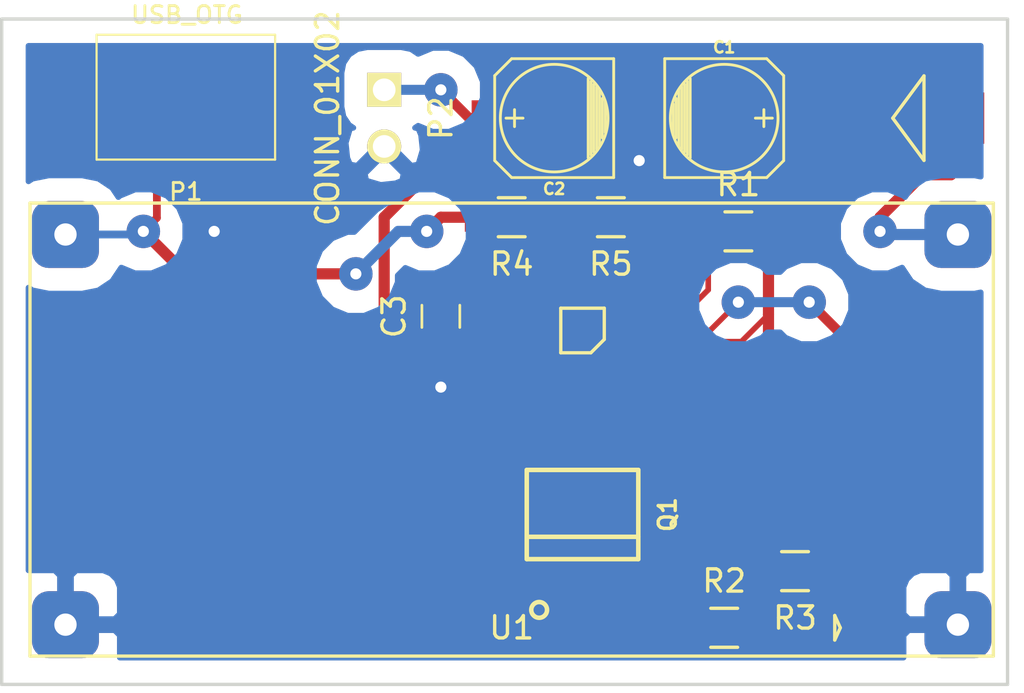
<source format=kicad_pcb>
(kicad_pcb (version 20160815) (host pcbnew "(2016-12-18 revision 3ffa37c)-master")

  (general
    (links 33)
    (no_connects 0)
    (area 135.814999 50.46961 181.9725 81.9325)
    (thickness 1.6)
    (drawings 4)
    (tracks 99)
    (zones 0)
    (modules 15)
    (nets 17)
  )

  (page USLetter)
  (layers
    (0 F.Cu signal)
    (31 B.Cu signal)
    (32 B.Adhes user)
    (33 F.Adhes user)
    (34 B.Paste user)
    (35 F.Paste user)
    (36 B.SilkS user)
    (37 F.SilkS user)
    (38 B.Mask user)
    (39 F.Mask user)
    (40 Dwgs.User user)
    (41 Cmts.User user)
    (42 Eco1.User user)
    (43 Eco2.User user)
    (44 Edge.Cuts user)
    (45 Margin user)
    (46 B.CrtYd user)
    (47 F.CrtYd user)
    (48 B.Fab user)
    (49 F.Fab user)
  )

  (setup
    (last_trace_width 0.45)
    (user_trace_width 0.25)
    (user_trace_width 0.35)
    (trace_clearance 0.2)
    (zone_clearance 1)
    (zone_45_only yes)
    (trace_min 0.2)
    (segment_width 0.2)
    (edge_width 0.15)
    (via_size 1.5)
    (via_drill 0.5)
    (via_min_size 0.4)
    (via_min_drill 0.3)
    (uvia_size 0.3)
    (uvia_drill 0.1)
    (uvias_allowed no)
    (uvia_min_size 0.2)
    (uvia_min_drill 0.1)
    (pcb_text_width 0.3)
    (pcb_text_size 1.5 1.5)
    (mod_edge_width 0.15)
    (mod_text_size 1 1)
    (mod_text_width 0.15)
    (pad_size 1.524 1.524)
    (pad_drill 0.762)
    (pad_to_mask_clearance 0.2)
    (aux_axis_origin 135.255 81.915)
    (visible_elements FFFFFF7F)
    (pcbplotparams
      (layerselection 0x000c0_ffffffff)
      (usegerberextensions false)
      (usegerberattributes true)
      (usegerberadvancedattributes true)
      (excludeedgelayer true)
      (linewidth 0.100000)
      (plotframeref false)
      (viasonmask true)
      (mode 1)
      (useauxorigin true)
      (hpglpennumber 1)
      (hpglpenspeed 20)
      (hpglpendiameter 15)
      (psnegative false)
      (psa4output false)
      (plotreference true)
      (plotvalue true)
      (plotinvisibletext false)
      (padsonsilk false)
      (subtractmaskfromsilk false)
      (outputformat 1)
      (mirror false)
      (drillshape 0)
      (scaleselection 1)
      (outputdirectory ""))
  )

  (net 0 "")
  (net 1 "Net-(C1-Pad1)")
  (net 2 GND)
  (net 3 +BATT)
  (net 4 "Net-(Q1-Pad1)")
  (net 5 "Net-(Q1-Pad3)")
  (net 6 "Net-(U2-Pad5)")
  (net 7 "Net-(R1-Pad1)")
  (net 8 "Net-(D2-Pad1)")
  (net 9 +5V)
  (net 10 "Net-(P1-Pad2)")
  (net 11 "Net-(P1-Pad3)")
  (net 12 "Net-(P1-Pad4)")
  (net 13 VCC)
  (net 14 "Net-(D2-Pad2)")
  (net 15 "Net-(C3-Pad2)")
  (net 16 "Net-(R4-Pad1)")

  (net_class Default "This is the default net class."
    (clearance 0.2)
    (trace_width 0.45)
    (via_dia 1.5)
    (via_drill 0.5)
    (uvia_dia 0.3)
    (uvia_drill 0.1)
    (diff_pair_gap 0.25)
    (diff_pair_width 0.2)
    (add_net +5V)
    (add_net +BATT)
    (add_net GND)
    (add_net "Net-(C1-Pad1)")
    (add_net "Net-(C3-Pad2)")
    (add_net "Net-(D2-Pad1)")
    (add_net "Net-(D2-Pad2)")
    (add_net "Net-(P1-Pad2)")
    (add_net "Net-(P1-Pad3)")
    (add_net "Net-(P1-Pad4)")
    (add_net "Net-(Q1-Pad1)")
    (add_net "Net-(Q1-Pad3)")
    (add_net "Net-(R1-Pad1)")
    (add_net "Net-(R4-Pad1)")
    (add_net "Net-(U2-Pad5)")
    (add_net VCC)
  )

  (module KiCad/Capacitors_SMD.pretty:C_0805_HandSoldering (layer F.Cu) (tedit 541A9B8D) (tstamp 59AFA937)
    (at 155.575 64.77 90)
    (descr "Capacitor SMD 0805, hand soldering")
    (tags "capacitor 0805")
    (path /59AFAA35)
    (attr smd)
    (fp_text reference C3 (at 0 -2.1 90) (layer F.SilkS)
      (effects (font (size 1 1) (thickness 0.15)))
    )
    (fp_text value 0.1u (at 0 2.1 90) (layer F.Fab)
      (effects (font (size 1 1) (thickness 0.15)))
    )
    (fp_line (start -1 0.625) (end -1 -0.625) (layer F.Fab) (width 0.1))
    (fp_line (start 1 0.625) (end -1 0.625) (layer F.Fab) (width 0.1))
    (fp_line (start 1 -0.625) (end 1 0.625) (layer F.Fab) (width 0.1))
    (fp_line (start -1 -0.625) (end 1 -0.625) (layer F.Fab) (width 0.1))
    (fp_line (start -2.3 -1) (end 2.3 -1) (layer F.CrtYd) (width 0.05))
    (fp_line (start -2.3 1) (end 2.3 1) (layer F.CrtYd) (width 0.05))
    (fp_line (start -2.3 -1) (end -2.3 1) (layer F.CrtYd) (width 0.05))
    (fp_line (start 2.3 -1) (end 2.3 1) (layer F.CrtYd) (width 0.05))
    (fp_line (start 0.5 -0.85) (end -0.5 -0.85) (layer F.SilkS) (width 0.12))
    (fp_line (start -0.5 0.85) (end 0.5 0.85) (layer F.SilkS) (width 0.12))
    (pad 1 smd rect (at -1.25 0 90) (size 1.5 1.25) (layers F.Cu F.Paste F.Mask)
      (net 2 GND))
    (pad 2 smd rect (at 1.25 0 90) (size 1.5 1.25) (layers F.Cu F.Paste F.Mask)
      (net 15 "Net-(C3-Pad2)"))
    (model Capacitors_SMD.3dshapes/C_0805_HandSoldering.wrl
      (at (xyz 0 0 0))
      (scale (xyz 1 1 1))
      (rotate (xyz 0 0 0))
    )
  )

  (module apexelectrix/apex-smd-resistors.pretty:R_0805_HandSoldering (layer F.Cu) (tedit 54189DEE) (tstamp 59AF9C81)
    (at 168.91 60.96)
    (descr "Resistor SMD 0805, hand soldering")
    (tags "resistor 0805")
    (path /59AF6B9E)
    (attr smd)
    (fp_text reference R1 (at 0 -2.1) (layer F.SilkS)
      (effects (font (size 1 1) (thickness 0.15)))
    )
    (fp_text value 100k (at 0 2.1) (layer F.Fab)
      (effects (font (size 1 1) (thickness 0.15)))
    )
    (fp_line (start -2.4 -1) (end 2.4 -1) (layer F.CrtYd) (width 0.05))
    (fp_line (start -2.4 1) (end 2.4 1) (layer F.CrtYd) (width 0.05))
    (fp_line (start -2.4 -1) (end -2.4 1) (layer F.CrtYd) (width 0.05))
    (fp_line (start 2.4 -1) (end 2.4 1) (layer F.CrtYd) (width 0.05))
    (fp_line (start 0.6 0.875) (end -0.6 0.875) (layer F.SilkS) (width 0.15))
    (fp_line (start -0.6 -0.875) (end 0.6 -0.875) (layer F.SilkS) (width 0.15))
    (pad 1 smd rect (at -1.35 0) (size 1.5 1.3) (layers F.Cu F.Paste F.Mask)
      (net 7 "Net-(R1-Pad1)"))
    (pad 2 smd rect (at 1.35 0) (size 1.5 1.3) (layers F.Cu F.Paste F.Mask)
      (net 1 "Net-(C1-Pad1)"))
    (model Resistors_SMD.3dshapes/R_0805_HandSoldering.wrl
      (at (xyz 0 0 0))
      (scale (xyz 1 1 1))
      (rotate (xyz 0 0 0))
    )
  )

  (module apexelectrix/apex-smd-resistors.pretty:R_0805_HandSoldering (layer F.Cu) (tedit 54189DEE) (tstamp 59AF9C91)
    (at 168.275 78.74)
    (descr "Resistor SMD 0805, hand soldering")
    (tags "resistor 0805")
    (path /59AF69FF)
    (attr smd)
    (fp_text reference R2 (at 0 -2.1) (layer F.SilkS)
      (effects (font (size 1 1) (thickness 0.15)))
    )
    (fp_text value 100m (at 0 2.1) (layer F.Fab)
      (effects (font (size 1 1) (thickness 0.15)))
    )
    (fp_line (start -0.6 -0.875) (end 0.6 -0.875) (layer F.SilkS) (width 0.15))
    (fp_line (start 0.6 0.875) (end -0.6 0.875) (layer F.SilkS) (width 0.15))
    (fp_line (start 2.4 -1) (end 2.4 1) (layer F.CrtYd) (width 0.05))
    (fp_line (start -2.4 -1) (end -2.4 1) (layer F.CrtYd) (width 0.05))
    (fp_line (start -2.4 1) (end 2.4 1) (layer F.CrtYd) (width 0.05))
    (fp_line (start -2.4 -1) (end 2.4 -1) (layer F.CrtYd) (width 0.05))
    (pad 2 smd rect (at 1.35 0) (size 1.5 1.3) (layers F.Cu F.Paste F.Mask)
      (net 1 "Net-(C1-Pad1)"))
    (pad 1 smd rect (at -1.35 0) (size 1.5 1.3) (layers F.Cu F.Paste F.Mask)
      (net 5 "Net-(Q1-Pad3)"))
    (model Resistors_SMD.3dshapes/R_0805_HandSoldering.wrl
      (at (xyz 0 0 0))
      (scale (xyz 1 1 1))
      (rotate (xyz 0 0 0))
    )
  )

  (module apexelectrix/apex-smd-resistors.pretty:R_0805_HandSoldering (layer F.Cu) (tedit 54189DEE) (tstamp 59AFA3F3)
    (at 171.45 76.2 180)
    (descr "Resistor SMD 0805, hand soldering")
    (tags "resistor 0805")
    (path /59AFA07E)
    (attr smd)
    (fp_text reference R3 (at 0 -2.1 180) (layer F.SilkS)
      (effects (font (size 1 1) (thickness 0.15)))
    )
    (fp_text value 10k (at 0 2.1 180) (layer F.Fab)
      (effects (font (size 1 1) (thickness 0.15)))
    )
    (fp_line (start -2.4 -1) (end 2.4 -1) (layer F.CrtYd) (width 0.05))
    (fp_line (start -2.4 1) (end 2.4 1) (layer F.CrtYd) (width 0.05))
    (fp_line (start -2.4 -1) (end -2.4 1) (layer F.CrtYd) (width 0.05))
    (fp_line (start 2.4 -1) (end 2.4 1) (layer F.CrtYd) (width 0.05))
    (fp_line (start 0.6 0.875) (end -0.6 0.875) (layer F.SilkS) (width 0.15))
    (fp_line (start -0.6 -0.875) (end 0.6 -0.875) (layer F.SilkS) (width 0.15))
    (pad 1 smd rect (at -1.35 0 180) (size 1.5 1.3) (layers F.Cu F.Paste F.Mask)
      (net 14 "Net-(D2-Pad2)"))
    (pad 2 smd rect (at 1.35 0 180) (size 1.5 1.3) (layers F.Cu F.Paste F.Mask)
      (net 1 "Net-(C1-Pad1)"))
    (model Resistors_SMD.3dshapes/R_0805_HandSoldering.wrl
      (at (xyz 0 0 0))
      (scale (xyz 1 1 1))
      (rotate (xyz 0 0 0))
    )
  )

  (module apexelectrix/apex-smd-resistors.pretty:R_0805_HandSoldering (layer F.Cu) (tedit 54189DEE) (tstamp 59AFA903)
    (at 158.75 60.325 180)
    (descr "Resistor SMD 0805, hand soldering")
    (tags "resistor 0805")
    (path /59AFAD5C)
    (attr smd)
    (fp_text reference R4 (at 0 -2.1 180) (layer F.SilkS)
      (effects (font (size 1 1) (thickness 0.15)))
    )
    (fp_text value 1k (at 0 2.1 180) (layer F.Fab)
      (effects (font (size 1 1) (thickness 0.15)))
    )
    (fp_line (start -2.4 -1) (end 2.4 -1) (layer F.CrtYd) (width 0.05))
    (fp_line (start -2.4 1) (end 2.4 1) (layer F.CrtYd) (width 0.05))
    (fp_line (start -2.4 -1) (end -2.4 1) (layer F.CrtYd) (width 0.05))
    (fp_line (start 2.4 -1) (end 2.4 1) (layer F.CrtYd) (width 0.05))
    (fp_line (start 0.6 0.875) (end -0.6 0.875) (layer F.SilkS) (width 0.15))
    (fp_line (start -0.6 -0.875) (end 0.6 -0.875) (layer F.SilkS) (width 0.15))
    (pad 1 smd rect (at -1.35 0 180) (size 1.5 1.3) (layers F.Cu F.Paste F.Mask)
      (net 16 "Net-(R4-Pad1)"))
    (pad 2 smd rect (at 1.35 0 180) (size 1.5 1.3) (layers F.Cu F.Paste F.Mask)
      (net 9 +5V))
    (model Resistors_SMD.3dshapes/R_0805_HandSoldering.wrl
      (at (xyz 0 0 0))
      (scale (xyz 1 1 1))
      (rotate (xyz 0 0 0))
    )
  )

  (module apexelectrix/apex-smd-resistors.pretty:R_0805_HandSoldering (layer F.Cu) (tedit 54189DEE) (tstamp 59AFA913)
    (at 163.195 60.325 180)
    (descr "Resistor SMD 0805, hand soldering")
    (tags "resistor 0805")
    (path /59AFADA7)
    (attr smd)
    (fp_text reference R5 (at 0 -2.1 180) (layer F.SilkS)
      (effects (font (size 1 1) (thickness 0.15)))
    )
    (fp_text value 200 (at 0 2.1 180) (layer F.Fab)
      (effects (font (size 1 1) (thickness 0.15)))
    )
    (fp_line (start -0.6 -0.875) (end 0.6 -0.875) (layer F.SilkS) (width 0.15))
    (fp_line (start 0.6 0.875) (end -0.6 0.875) (layer F.SilkS) (width 0.15))
    (fp_line (start 2.4 -1) (end 2.4 1) (layer F.CrtYd) (width 0.05))
    (fp_line (start -2.4 -1) (end -2.4 1) (layer F.CrtYd) (width 0.05))
    (fp_line (start -2.4 1) (end 2.4 1) (layer F.CrtYd) (width 0.05))
    (fp_line (start -2.4 -1) (end 2.4 -1) (layer F.CrtYd) (width 0.05))
    (pad 2 smd rect (at 1.35 0 180) (size 1.5 1.3) (layers F.Cu F.Paste F.Mask)
      (net 16 "Net-(R4-Pad1)"))
    (pad 1 smd rect (at -1.35 0 180) (size 1.5 1.3) (layers F.Cu F.Paste F.Mask)
      (net 2 GND))
    (model Resistors_SMD.3dshapes/R_0805_HandSoldering.wrl
      (at (xyz 0 0 0))
      (scale (xyz 1 1 1))
      (rotate (xyz 0 0 0))
    )
  )

  (module coddingtonbear/coddingtonbear.pretty:BOOST_REGULATOR (layer F.Cu) (tedit 59B5011A) (tstamp 59AF9E33)
    (at 158.75 69.85)
    (path /59AF6228)
    (fp_text reference U1 (at 0 8.89) (layer F.SilkS)
      (effects (font (size 1 1) (thickness 0.15)))
    )
    (fp_text value BOOST_REGULATOR (at 0 -8.89) (layer F.Fab)
      (effects (font (size 1 1) (thickness 0.15)))
    )
    (fp_line (start -21.59 -10.16) (end 21.59 -10.16) (layer F.SilkS) (width 0.15))
    (fp_line (start 21.59 -10.16) (end 21.59 10.16) (layer F.SilkS) (width 0.15))
    (fp_line (start 21.59 10.16) (end -21.59 10.16) (layer F.SilkS) (width 0.15))
    (fp_line (start -21.59 10.16) (end -21.59 -10.16) (layer F.SilkS) (width 0.15))
    (pad 4 thru_hole roundrect (at 20 8.75) (size 3 3) (drill 1) (layers *.Cu *.Mask)(roundrect_rratio 0.25)
      (net 2 GND))
    (pad 3 thru_hole roundrect (at 20 -8.75) (size 3 3) (drill 1) (layers *.Cu *.Mask)(roundrect_rratio 0.25)
      (net 13 VCC))
    (pad 2 thru_hole roundrect (at -20 8.75) (size 3 3) (drill 1) (layers *.Cu *.Mask)(roundrect_rratio 0.25)
      (net 2 GND))
    (pad 1 thru_hole roundrect (at -20 -8.75) (size 3 3) (drill 1) (layers *.Cu *.Mask)(roundrect_rratio 0.25)
      (net 9 +5V))
  )

  (module adamgreig/agg-kicad/agg.pretty:MSOP-10 (layer F.Cu) (tedit 584A2F3D) (tstamp 59AFAABC)
    (at 161.925 65.405 180)
    (path /59AF5FE9)
    (fp_text reference U2 (at 0 -2.45 180) (layer F.Fab)
      (effects (font (size 1 1) (thickness 0.15)))
    )
    (fp_text value MCP73842-840I/UN (at 0 2.45 180) (layer F.Fab)
      (effects (font (size 1 1) (thickness 0.15)))
    )
    (fp_line (start -1.5 -1.5) (end 1.5 -1.5) (layer F.Fab) (width 0.01))
    (fp_line (start 1.5 -1.5) (end 1.5 1.5) (layer F.Fab) (width 0.01))
    (fp_line (start 1.5 1.5) (end -1.5 1.5) (layer F.Fab) (width 0.01))
    (fp_line (start -1.5 1.5) (end -1.5 -1.5) (layer F.Fab) (width 0.01))
    (fp_circle (center -0.7 -0.7) (end -0.7 -0.3) (layer F.Fab) (width 0.01))
    (fp_line (start -2.45 -1.125) (end -1.5 -1.125) (layer F.Fab) (width 0.01))
    (fp_line (start -1.5 -0.875) (end -2.45 -0.875) (layer F.Fab) (width 0.01))
    (fp_line (start -2.45 -0.875) (end -2.45 -1.125) (layer F.Fab) (width 0.01))
    (fp_line (start -2.45 -0.625) (end -1.5 -0.625) (layer F.Fab) (width 0.01))
    (fp_line (start -1.5 -0.375) (end -2.45 -0.375) (layer F.Fab) (width 0.01))
    (fp_line (start -2.45 -0.375) (end -2.45 -0.625) (layer F.Fab) (width 0.01))
    (fp_line (start -2.45 -0.125) (end -1.5 -0.125) (layer F.Fab) (width 0.01))
    (fp_line (start -1.5 0.125) (end -2.45 0.125) (layer F.Fab) (width 0.01))
    (fp_line (start -2.45 0.125) (end -2.45 -0.125) (layer F.Fab) (width 0.01))
    (fp_line (start -2.45 0.375) (end -1.5 0.375) (layer F.Fab) (width 0.01))
    (fp_line (start -1.5 0.625) (end -2.45 0.625) (layer F.Fab) (width 0.01))
    (fp_line (start -2.45 0.625) (end -2.45 0.375) (layer F.Fab) (width 0.01))
    (fp_line (start -2.45 0.875) (end -1.5 0.875) (layer F.Fab) (width 0.01))
    (fp_line (start -1.5 1.125) (end -2.45 1.125) (layer F.Fab) (width 0.01))
    (fp_line (start -2.45 1.125) (end -2.45 0.875) (layer F.Fab) (width 0.01))
    (fp_line (start 1.5 0.875) (end 2.45 0.875) (layer F.Fab) (width 0.01))
    (fp_line (start 2.45 0.875) (end 2.45 1.125) (layer F.Fab) (width 0.01))
    (fp_line (start 2.45 1.125) (end 1.5 1.125) (layer F.Fab) (width 0.01))
    (fp_line (start 1.5 0.375) (end 2.45 0.375) (layer F.Fab) (width 0.01))
    (fp_line (start 2.45 0.375) (end 2.45 0.625) (layer F.Fab) (width 0.01))
    (fp_line (start 2.45 0.625) (end 1.5 0.625) (layer F.Fab) (width 0.01))
    (fp_line (start 1.5 -0.125) (end 2.45 -0.125) (layer F.Fab) (width 0.01))
    (fp_line (start 2.45 -0.125) (end 2.45 0.125) (layer F.Fab) (width 0.01))
    (fp_line (start 2.45 0.125) (end 1.5 0.125) (layer F.Fab) (width 0.01))
    (fp_line (start 1.5 -0.625) (end 2.45 -0.625) (layer F.Fab) (width 0.01))
    (fp_line (start 2.45 -0.625) (end 2.45 -0.375) (layer F.Fab) (width 0.01))
    (fp_line (start 2.45 -0.375) (end 1.5 -0.375) (layer F.Fab) (width 0.01))
    (fp_line (start 1.5 -1.125) (end 2.45 -1.125) (layer F.Fab) (width 0.01))
    (fp_line (start 2.45 -1.125) (end 2.45 -0.875) (layer F.Fab) (width 0.01))
    (fp_line (start 2.45 -0.875) (end 1.5 -0.875) (layer F.Fab) (width 0.01))
    (fp_line (start -0.375 -1) (end 0.975 -1) (layer F.SilkS) (width 0.15))
    (fp_line (start 0.975 -1) (end 0.975 1) (layer F.SilkS) (width 0.15))
    (fp_line (start 0.975 1) (end -0.975 1) (layer F.SilkS) (width 0.15))
    (fp_line (start -0.975 1) (end -0.975 -0.4) (layer F.SilkS) (width 0.15))
    (fp_line (start -0.975 -0.4) (end -0.375 -1) (layer F.SilkS) (width 0.15))
    (fp_line (start -3.2 -1.75) (end 3.2 -1.75) (layer F.CrtYd) (width 0.01))
    (fp_line (start 3.2 -1.75) (end 3.2 1.75) (layer F.CrtYd) (width 0.01))
    (fp_line (start 3.2 1.75) (end -3.2 1.75) (layer F.CrtYd) (width 0.01))
    (fp_line (start -3.2 1.75) (end -3.2 -1.75) (layer F.CrtYd) (width 0.01))
    (pad 1 smd rect (at -2.2 -1 180) (size 1.45 0.3) (layers F.Cu F.Paste F.Mask)
      (net 5 "Net-(Q1-Pad3)"))
    (pad 2 smd rect (at -2.2 -0.5 180) (size 1.45 0.3) (layers F.Cu F.Paste F.Mask)
      (net 1 "Net-(C1-Pad1)"))
    (pad 3 smd rect (at -2.2 0 180) (size 1.45 0.3) (layers F.Cu F.Paste F.Mask)
      (net 8 "Net-(D2-Pad1)"))
    (pad 4 smd rect (at -2.2 0.5 180) (size 1.45 0.3) (layers F.Cu F.Paste F.Mask)
      (net 7 "Net-(R1-Pad1)"))
    (pad 5 smd rect (at -2.2 1 180) (size 1.45 0.3) (layers F.Cu F.Paste F.Mask)
      (net 6 "Net-(U2-Pad5)"))
    (pad 6 smd rect (at 2.2 1 180) (size 1.45 0.3) (layers F.Cu F.Paste F.Mask)
      (net 16 "Net-(R4-Pad1)"))
    (pad 7 smd rect (at 2.2 0.5 180) (size 1.45 0.3) (layers F.Cu F.Paste F.Mask)
      (net 15 "Net-(C3-Pad2)"))
    (pad 8 smd rect (at 2.2 0 180) (size 1.45 0.3) (layers F.Cu F.Paste F.Mask)
      (net 2 GND))
    (pad 9 smd rect (at 2.2 -0.5 180) (size 1.45 0.3) (layers F.Cu F.Paste F.Mask)
      (net 3 +BATT))
    (pad 10 smd rect (at 2.2 -1 180) (size 1.45 0.3) (layers F.Cu F.Paste F.Mask)
      (net 4 "Net-(Q1-Pad1)"))
    (model ${KISYS3DMOD}/Housings_SSOP.3dshapes/MSOP-10_3x3mm_Pitch0.5mm.wrl
      (at (xyz 0 0 0))
      (scale (xyz 1 1 1))
      (rotate (xyz 0 0 0))
    )
  )

  (module coddingtonbear/coddingtonbear.pretty:MICRO-B_USB-INVERTED (layer F.Cu) (tedit 59AFA0F7) (tstamp 59AF9C3D)
    (at 144.145 53.34 180)
    (path /59AF531F)
    (fp_text reference P1 (at 0 -5.842 180) (layer F.SilkS)
      (effects (font (size 0.762 0.762) (thickness 0.127)))
    )
    (fp_text value USB_OTG (at -0.05 2.09 180) (layer F.SilkS)
      (effects (font (size 0.762 0.762) (thickness 0.127)))
    )
    (fp_line (start -4.0005 1.00076) (end -4.0005 1.19888) (layer F.SilkS) (width 0.09906))
    (fp_line (start 4.0005 1.00076) (end 4.0005 1.19888) (layer F.SilkS) (width 0.09906))
    (fp_line (start -4.0005 -4.39928) (end 4.0005 -4.39928) (layer F.SilkS) (width 0.09906))
    (fp_line (start 4.0005 -4.39928) (end 4.0005 1.00076) (layer F.SilkS) (width 0.09906))
    (fp_line (start 4.0005 1.19888) (end -4.0005 1.19888) (layer F.SilkS) (width 0.09906))
    (fp_line (start -4.0005 1.00076) (end -4.0005 -4.39928) (layer F.SilkS) (width 0.09906))
    (pad "" smd rect (at -1.19888 -1.4478 180) (size 1.89738 1.89738) (layers F.Cu F.Paste F.Mask))
    (pad "" smd rect (at 1.19888 -1.4478 180) (size 1.89992 1.89738) (layers F.Cu F.Paste F.Mask))
    (pad "" smd rect (at 4.064 -1.4478 180) (size 2 1.89738) (layers F.Cu F.Paste F.Mask))
    (pad "" smd rect (at -3.556 -3.99796 180) (size 2.5 1.59766) (layers F.Cu F.Paste F.Mask))
    (pad 5 smd rect (at -1.29794 -4.12496 180) (size 0.39878 1.3462) (layers F.Cu F.Paste F.Mask)
      (net 2 GND) (clearance 0.2032))
    (pad 4 smd rect (at -0.6477 -4.12496 180) (size 0.39878 1.3462) (layers F.Cu F.Paste F.Mask)
      (net 12 "Net-(P1-Pad4)") (clearance 0.2032))
    (pad 3 smd rect (at 0 -4.12496 180) (size 0.39878 1.3462) (layers F.Cu F.Paste F.Mask)
      (net 11 "Net-(P1-Pad3)") (clearance 0.2032))
    (pad 2 smd rect (at 0.6477 -4.12496 180) (size 0.39878 1.3462) (layers F.Cu F.Paste F.Mask)
      (net 10 "Net-(P1-Pad2)") (clearance 0.2032))
    (pad 1 smd rect (at 1.29794 -4.12496 180) (size 0.39878 1.3462) (layers F.Cu F.Paste F.Mask)
      (net 9 +5V) (clearance 0.2032))
    (pad "" smd rect (at 3.81 -3.99796 180) (size 2.5 1.59766) (layers F.Cu F.Paste F.Mask))
    (pad "" smd rect (at -3.79984 -1.4478 180) (size 2 1.89738) (layers F.Cu F.Paste F.Mask))
  )

  (module coddingtonbear/coddingtonbear.pretty:NDS8434 (layer F.Cu) (tedit 59AF9CB7) (tstamp 59AFA0F8)
    (at 161.925 73.66 90)
    (path /59AF709A)
    (solder_mask_margin 0.0762)
    (solder_paste_margin -0.0254)
    (attr smd)
    (fp_text reference Q1 (at 0 3.81 90) (layer F.SilkS)
      (effects (font (size 0.762 0.762) (thickness 0.1524)))
    )
    (fp_text value NDS8434 (at 0 0 90) (layer F.SilkS) hide
      (effects (font (size 0.762 0.762) (thickness 0.1524)))
    )
    (fp_line (start -1 -2.5) (end -1 2.5) (layer F.SilkS) (width 0.2032))
    (fp_line (start -2 -2.5) (end -2 2.5) (layer F.SilkS) (width 0.2032))
    (fp_line (start -2 2.5) (end 2 2.5) (layer F.SilkS) (width 0.2032))
    (fp_line (start 2 2.5) (end 2 -2.5) (layer F.SilkS) (width 0.2032))
    (fp_line (start 2 -2.5) (end -2 -2.5) (layer F.SilkS) (width 0.2032))
    (fp_circle (center -4.278 -1.944) (end -4.028 -1.694) (layer F.SilkS) (width 0.2032))
    (pad 2 smd rect (at -2.7 -1.905 90) (size 1.55 0.6) (layers F.Cu F.Paste F.Mask)
      (net 3 +BATT))
    (pad 2 smd rect (at -2.7 -0.635 90) (size 1.55 0.6) (layers F.Cu F.Paste F.Mask)
      (net 3 +BATT))
    (pad 2 smd rect (at -2.7 0.635 90) (size 1.55 0.6) (layers F.Cu F.Paste F.Mask)
      (net 3 +BATT))
    (pad 2 smd rect (at -2.7 1.905 90) (size 1.55 0.6) (layers F.Cu F.Paste F.Mask)
      (net 3 +BATT))
    (pad 3 smd rect (at 2.7 1.905 90) (size 1.55 0.6) (layers F.Cu F.Paste F.Mask)
      (net 5 "Net-(Q1-Pad3)"))
    (pad 3 smd rect (at 2.7 0.635 90) (size 1.55 0.6) (layers F.Cu F.Paste F.Mask)
      (net 5 "Net-(Q1-Pad3)"))
    (pad 3 smd rect (at 2.7 -0.635 90) (size 1.55 0.6) (layers F.Cu F.Paste F.Mask)
      (net 5 "Net-(Q1-Pad3)"))
    (pad 1 smd rect (at 2.7 -1.905 90) (size 1.55 0.6) (layers F.Cu F.Paste F.Mask)
      (net 4 "Net-(Q1-Pad1)"))
  )

  (module adamgreig/agg-kicad/agg.pretty:0805-LED (layer F.Cu) (tedit 5765467B) (tstamp 59AF9CB1)
    (at 173.355 78.74 180)
    (path /59AF6A65)
    (fp_text reference D2 (at -2.425 0 270) (layer F.Fab)
      (effects (font (size 1 1) (thickness 0.15)))
    )
    (fp_text value LED (at 2.425 0 270) (layer F.Fab)
      (effects (font (size 1 1) (thickness 0.15)))
    )
    (fp_line (start -1 -0.625) (end 1 -0.625) (layer F.Fab) (width 0.01))
    (fp_line (start 1 -0.625) (end 1 0.625) (layer F.Fab) (width 0.01))
    (fp_line (start 1 0.625) (end -1 0.625) (layer F.Fab) (width 0.01))
    (fp_line (start -1 0.625) (end -1 -0.625) (layer F.Fab) (width 0.01))
    (fp_line (start -0.5 -0.625) (end -0.5 0.625) (layer F.Fab) (width 0.01))
    (fp_line (start -0.5 -0.625) (end -0.5 0.625) (layer F.Fab) (width 0.01))
    (fp_line (start 0.5 -0.625) (end 0.5 0.625) (layer F.Fab) (width 0.01))
    (fp_line (start -0.125 0) (end 0.125 -0.55) (layer F.SilkS) (width 0.15))
    (fp_line (start -0.125 0) (end 0.125 0.55) (layer F.SilkS) (width 0.15))
    (fp_line (start 0.125 -0.55) (end 0.125 0.55) (layer F.SilkS) (width 0.15))
    (fp_line (start -1.75 -1) (end 1.75 -1) (layer F.CrtYd) (width 0.01))
    (fp_line (start 1.75 -1) (end 1.75 1) (layer F.CrtYd) (width 0.01))
    (fp_line (start 1.75 1) (end -1.75 1) (layer F.CrtYd) (width 0.01))
    (fp_line (start -1.75 1) (end -1.75 -1) (layer F.CrtYd) (width 0.01))
    (pad 1 smd rect (at -0.9 0 180) (size 1.15 1.45) (layers F.Cu F.Paste F.Mask)
      (net 8 "Net-(D2-Pad1)"))
    (pad 2 smd rect (at 0.9 0 180) (size 1.15 1.45) (layers F.Cu F.Paste F.Mask)
      (net 14 "Net-(D2-Pad2)"))
    (model ${KISYS3DMOD}/LEDs.3dshapes/LED_0805.wrl
      (at (xyz -0.006 0 0))
      (scale (xyz 1 1 1))
      (rotate (xyz 0 0 0))
    )
  )

  (module adamgreig/agg-kicad/agg.pretty:DO-214AA-SMB (layer F.Cu) (tedit 5770EBF8) (tstamp 59AF9CA1)
    (at 176.53 55.88)
    (path /59AF68CC)
    (fp_text reference D1 (at -4.35 0 90) (layer F.Fab)
      (effects (font (size 1 1) (thickness 0.15)))
    )
    (fp_text value D (at 4.35 0 90) (layer F.Fab)
      (effects (font (size 1 1) (thickness 0.15)))
    )
    (fp_line (start -2.3 -1.97) (end 2.3 -1.97) (layer F.Fab) (width 0.01))
    (fp_line (start 2.3 -1.97) (end 2.3 1.97) (layer F.Fab) (width 0.01))
    (fp_line (start 2.3 1.97) (end -2.3 1.97) (layer F.Fab) (width 0.01))
    (fp_line (start -2.3 1.97) (end -2.3 -1.97) (layer F.Fab) (width 0.01))
    (fp_line (start -1.15 -1.97) (end -1.15 1.97) (layer F.Fab) (width 0.01))
    (fp_line (start -2.8 -1.105) (end -2.8 1.105) (layer F.Fab) (width 0.01))
    (fp_line (start -2.8 -1.105) (end -2.3 -1.105) (layer F.Fab) (width 0.01))
    (fp_line (start -2.8 1.105) (end -2.3 1.105) (layer F.Fab) (width 0.01))
    (fp_line (start 2.8 -1.105) (end 2.8 1.105) (layer F.Fab) (width 0.01))
    (fp_line (start 2.8 -1.105) (end 2.3 -1.105) (layer F.Fab) (width 0.01))
    (fp_line (start 2.8 1.105) (end 2.3 1.105) (layer F.Fab) (width 0.01))
    (fp_line (start -0.7 0) (end 0.7 -1.895) (layer F.SilkS) (width 0.15))
    (fp_line (start -0.7 0) (end 0.7 1.895) (layer F.SilkS) (width 0.15))
    (fp_line (start 0.7 -1.895) (end 0.7 1.895) (layer F.SilkS) (width 0.15))
    (fp_line (start -3.65 -2.25) (end 3.65 -2.25) (layer F.CrtYd) (width 0.01))
    (fp_line (start 3.65 -2.25) (end 3.65 2.25) (layer F.CrtYd) (width 0.01))
    (fp_line (start 3.65 2.25) (end -3.65 2.25) (layer F.CrtYd) (width 0.01))
    (fp_line (start -3.65 2.25) (end -3.65 -2.25) (layer F.CrtYd) (width 0.01))
    (pad 1 smd rect (at -2.15 0) (size 2.5 2.3) (layers F.Cu F.Paste F.Mask)
      (net 1 "Net-(C1-Pad1)"))
    (pad 2 smd rect (at 2.15 0) (size 2.5 2.3) (layers F.Cu F.Paste F.Mask)
      (net 13 VCC))
    (model ${KISYS3DMOD}/Diodes_SMD.3dshapes/SMB_Standard.wrl
      (at (xyz 0 0 0))
      (scale (xyz 0.3937 0.3937 0.3937))
      (rotate (xyz 0 0 180))
    )
  )

  (module myelin/myelin-kicad.pretty:header_01x02_40mil_60mil (layer F.Cu) (tedit 553971BB) (tstamp 59AF9BE0)
    (at 153.035 55.88 270)
    (path /59AF80AC)
    (fp_text reference P2 (at 0 -2.54 270) (layer F.SilkS)
      (effects (font (size 1 1) (thickness 0.15)))
    )
    (fp_text value CONN_01X02 (at 0 2.54 270) (layer F.SilkS)
      (effects (font (size 1 1) (thickness 0.15)))
    )
    (pad 1 thru_hole rect (at -1.27 0 270) (size 1.524 1.524) (drill 1.016) (layers *.Cu *.Mask F.SilkS)
      (net 3 +BATT))
    (pad 2 thru_hole circle (at 1.27 0 270) (size 1.524 1.524) (drill 1.016) (layers *.Cu *.Mask F.SilkS)
      (net 2 GND))
  )

  (module pelrun/libKiCad/footprint/w_smd_cap.pretty:c_elec_5x5.8 (layer F.Cu) (tedit 0) (tstamp 59AF9BD0)
    (at 160.655 55.88 180)
    (descr "SMT capacitor, aluminium electrolytic, 5x5.8")
    (path /59AF72A1)
    (fp_text reference C2 (at 0 -3.175 180) (layer F.SilkS)
      (effects (font (size 0.50038 0.50038) (thickness 0.11938)))
    )
    (fp_text value 10u (at 0 3.175 180) (layer F.SilkS) hide
      (effects (font (size 0.50038 0.50038) (thickness 0.11938)))
    )
    (fp_line (start 1.778 -0.381) (end 1.778 0.381) (layer F.SilkS) (width 0.127))
    (fp_line (start 2.159 0) (end 1.397 0) (layer F.SilkS) (width 0.127))
    (fp_line (start -2.667 2.667) (end -2.667 -2.667) (layer F.SilkS) (width 0.127))
    (fp_line (start 1.905 2.667) (end -2.667 2.667) (layer F.SilkS) (width 0.127))
    (fp_line (start 2.667 1.905) (end 1.905 2.667) (layer F.SilkS) (width 0.127))
    (fp_line (start 2.667 -1.905) (end 2.667 1.905) (layer F.SilkS) (width 0.127))
    (fp_line (start 1.905 -2.667) (end 2.667 -1.905) (layer F.SilkS) (width 0.127))
    (fp_line (start -2.667 -2.667) (end 1.905 -2.667) (layer F.SilkS) (width 0.127))
    (fp_circle (center 0 0) (end -2.413 0) (layer F.SilkS) (width 0.127))
    (fp_line (start -1.524 -1.778) (end -1.524 1.778) (layer F.SilkS) (width 0.127))
    (fp_line (start -1.651 1.651) (end -1.651 -1.651) (layer F.SilkS) (width 0.127))
    (fp_line (start -1.778 -1.524) (end -1.778 1.524) (layer F.SilkS) (width 0.127))
    (fp_line (start -1.905 1.397) (end -1.905 -1.397) (layer F.SilkS) (width 0.127))
    (fp_line (start -2.032 -1.27) (end -2.032 1.27) (layer F.SilkS) (width 0.127))
    (fp_line (start -2.159 -0.889) (end -2.159 0.889) (layer F.SilkS) (width 0.127))
    (fp_line (start -2.286 -0.635) (end -2.286 0.762) (layer F.SilkS) (width 0.127))
    (pad 2 smd rect (at -2.19964 0 180) (size 2.99974 1.6002) (layers F.Cu F.Paste F.Mask)
      (net 2 GND))
    (pad 1 smd rect (at 2.19964 0 180) (size 2.99974 1.6002) (layers F.Cu F.Paste F.Mask)
      (net 3 +BATT))
    (model ${LIBKICAD}/3d/smd_cap/c_elec_5x5_8.wrl
      (at (xyz 0 0 0))
      (scale (xyz 1 1 1))
      (rotate (xyz 0 0 0))
    )
  )

  (module pelrun/libKiCad/footprint/w_smd_cap.pretty:c_elec_5x5.8 (layer F.Cu) (tedit 0) (tstamp 59AF9BC0)
    (at 168.275 55.88)
    (descr "SMT capacitor, aluminium electrolytic, 5x5.8")
    (path /59AF6882)
    (fp_text reference C1 (at 0 -3.175) (layer F.SilkS)
      (effects (font (size 0.50038 0.50038) (thickness 0.11938)))
    )
    (fp_text value 10u (at 0 3.175) (layer F.SilkS) hide
      (effects (font (size 0.50038 0.50038) (thickness 0.11938)))
    )
    (fp_line (start -2.286 -0.635) (end -2.286 0.762) (layer F.SilkS) (width 0.127))
    (fp_line (start -2.159 -0.889) (end -2.159 0.889) (layer F.SilkS) (width 0.127))
    (fp_line (start -2.032 -1.27) (end -2.032 1.27) (layer F.SilkS) (width 0.127))
    (fp_line (start -1.905 1.397) (end -1.905 -1.397) (layer F.SilkS) (width 0.127))
    (fp_line (start -1.778 -1.524) (end -1.778 1.524) (layer F.SilkS) (width 0.127))
    (fp_line (start -1.651 1.651) (end -1.651 -1.651) (layer F.SilkS) (width 0.127))
    (fp_line (start -1.524 -1.778) (end -1.524 1.778) (layer F.SilkS) (width 0.127))
    (fp_circle (center 0 0) (end -2.413 0) (layer F.SilkS) (width 0.127))
    (fp_line (start -2.667 -2.667) (end 1.905 -2.667) (layer F.SilkS) (width 0.127))
    (fp_line (start 1.905 -2.667) (end 2.667 -1.905) (layer F.SilkS) (width 0.127))
    (fp_line (start 2.667 -1.905) (end 2.667 1.905) (layer F.SilkS) (width 0.127))
    (fp_line (start 2.667 1.905) (end 1.905 2.667) (layer F.SilkS) (width 0.127))
    (fp_line (start 1.905 2.667) (end -2.667 2.667) (layer F.SilkS) (width 0.127))
    (fp_line (start -2.667 2.667) (end -2.667 -2.667) (layer F.SilkS) (width 0.127))
    (fp_line (start 2.159 0) (end 1.397 0) (layer F.SilkS) (width 0.127))
    (fp_line (start 1.778 -0.381) (end 1.778 0.381) (layer F.SilkS) (width 0.127))
    (pad 1 smd rect (at 2.19964 0) (size 2.99974 1.6002) (layers F.Cu F.Paste F.Mask)
      (net 1 "Net-(C1-Pad1)"))
    (pad 2 smd rect (at -2.19964 0) (size 2.99974 1.6002) (layers F.Cu F.Paste F.Mask)
      (net 2 GND))
    (model ${LIBKICAD}/3d/smd_cap/c_elec_5x5_8.wrl
      (at (xyz 0 0 0))
      (scale (xyz 1 1 1))
      (rotate (xyz 0 0 0))
    )
  )

  (gr_line (start 135.89 81.28) (end 135.89 51.435) (angle 90) (layer Edge.Cuts) (width 0.15))
  (gr_line (start 180.975 81.28) (end 135.89 81.28) (angle 90) (layer Edge.Cuts) (width 0.15))
  (gr_line (start 180.975 51.435) (end 180.975 81.28) (angle 90) (layer Edge.Cuts) (width 0.15))
  (gr_line (start 135.89 51.435) (end 180.975 51.435) (angle 90) (layer Edge.Cuts) (width 0.15))

  (segment (start 164.125 65.905) (end 169.045 65.905) (width 0.25) (layer F.Cu) (net 1))
  (segment (start 169.045 65.905) (end 170.26 64.69) (width 0.25) (layer F.Cu) (net 1) (tstamp 59AFAB6B))
  (segment (start 170.1 76.2) (end 170.1 75.645) (width 0.5) (layer F.Cu) (net 1))
  (segment (start 170.1 75.645) (end 170.26 75.485) (width 0.5) (layer F.Cu) (net 1) (tstamp 59AFA54C))
  (segment (start 170.26 75.485) (end 170.26 64.69) (width 0.5) (layer F.Cu) (net 1) (tstamp 59AFA54D))
  (segment (start 170.26 64.69) (end 170.26 60.96) (width 0.5) (layer F.Cu) (net 1) (tstamp 59AFA549))
  (segment (start 169.625 78.74) (end 169.625 76.675) (width 0.5) (layer F.Cu) (net 1))
  (segment (start 169.625 76.675) (end 170.1 76.2) (width 0.5) (layer F.Cu) (net 1) (tstamp 59AFA541))
  (segment (start 169.625 76.675) (end 170.1 76.2) (width 0.35) (layer F.Cu) (net 1) (tstamp 59AFA518))
  (segment (start 172.085 55.88) (end 172.085 59.135) (width 0.5) (layer F.Cu) (net 1))
  (segment (start 172.085 59.135) (end 170.26 60.96) (width 0.5) (layer F.Cu) (net 1) (tstamp 59AFA434))
  (segment (start 174.38 55.88) (end 172.085 55.88) (width 0.5) (layer F.Cu) (net 1))
  (segment (start 172.085 55.88) (end 170.47464 55.88) (width 0.5) (layer F.Cu) (net 1) (tstamp 59AFA432))
  (segment (start 155.575 66.02) (end 155.575 67.945) (width 0.25) (layer F.Cu) (net 2))
  (via (at 155.575 67.945) (size 1.5) (drill 0.5) (layers F.Cu B.Cu) (net 2))
  (segment (start 159.725 65.405) (end 158.115 65.405) (width 0.25) (layer F.Cu) (net 2))
  (segment (start 157.5 66.02) (end 155.575 66.02) (width 0.25) (layer F.Cu) (net 2) (tstamp 59AFAB3C))
  (segment (start 158.115 65.405) (end 157.5 66.02) (width 0.25) (layer F.Cu) (net 2) (tstamp 59AFAB3B))
  (segment (start 164.545 60.325) (end 164.545 57.865) (width 0.5) (layer F.Cu) (net 2))
  (via (at 164.465 57.785) (size 1.5) (drill 0.5) (layers F.Cu B.Cu) (net 2))
  (segment (start 164.465 57.785) (end 164.465 55.88) (width 0.5) (layer F.Cu) (net 2))
  (segment (start 164.545 57.865) (end 164.465 57.785) (width 0.5) (layer F.Cu) (net 2) (tstamp 59AFAB23))
  (segment (start 145.44294 57.46496) (end 145.44294 60.93206) (width 0.35) (layer F.Cu) (net 2))
  (via (at 145.415 60.96) (size 1.5) (drill 0.5) (layers F.Cu B.Cu) (net 2))
  (segment (start 145.44294 60.93206) (end 145.415 60.96) (width 0.35) (layer F.Cu) (net 2) (tstamp 59AFA4EC))
  (segment (start 166.07536 55.88) (end 164.465 55.88) (width 0.5) (layer F.Cu) (net 2))
  (segment (start 164.465 55.88) (end 162.85464 55.88) (width 0.5) (layer F.Cu) (net 2) (tstamp 59AFA252))
  (segment (start 158.45536 55.88) (end 156.845 55.88) (width 0.45) (layer F.Cu) (net 3))
  (segment (start 155.575 54.61) (end 153.035 54.61) (width 0.45) (layer B.Cu) (net 3) (tstamp 59B8D848))
  (via (at 155.575 54.61) (size 1.5) (drill 0.5) (layers F.Cu B.Cu) (net 3))
  (segment (start 156.845 55.88) (end 155.575 54.61) (width 0.45) (layer F.Cu) (net 3) (tstamp 59B8D845))
  (segment (start 160.02 76.36) (end 158.275 76.36) (width 0.5) (layer F.Cu) (net 3))
  (segment (start 158.275 76.36) (end 153.035 71.12) (width 0.5) (layer F.Cu) (net 3) (tstamp 59AFAB4E))
  (segment (start 153.035 71.12) (end 153.035 60.325) (width 0.5) (layer F.Cu) (net 3) (tstamp 59AFAB4F))
  (segment (start 153.035 60.325) (end 157.48 55.88) (width 0.5) (layer F.Cu) (net 3) (tstamp 59AFAB51))
  (segment (start 157.48 55.88) (end 158.45536 55.88) (width 0.5) (layer F.Cu) (net 3) (tstamp 59AFAB53))
  (segment (start 159.725 65.905) (end 158.885 65.905) (width 0.25) (layer F.Cu) (net 3))
  (segment (start 159.545 76.36) (end 160.02 76.36) (width 0.25) (layer F.Cu) (net 3) (tstamp 59AFAB4B))
  (segment (start 158.115 74.93) (end 159.545 76.36) (width 0.25) (layer F.Cu) (net 3) (tstamp 59AFAB49))
  (segment (start 158.115 66.675) (end 158.115 74.93) (width 0.25) (layer F.Cu) (net 3) (tstamp 59AFAB48))
  (segment (start 158.885 65.905) (end 158.115 66.675) (width 0.25) (layer F.Cu) (net 3) (tstamp 59AFAB47))
  (segment (start 161.29 76.36) (end 160.02 76.36) (width 0.5) (layer F.Cu) (net 3))
  (segment (start 162.56 76.36) (end 161.29 76.36) (width 0.5) (layer F.Cu) (net 3))
  (segment (start 163.83 76.36) (end 162.56 76.36) (width 0.5) (layer F.Cu) (net 3))
  (segment (start 158.45536 55.88) (end 157.48 55.88) (width 0.5) (layer F.Cu) (net 3))
  (segment (start 159.725 66.405) (end 159.725 70.665) (width 0.25) (layer F.Cu) (net 4))
  (segment (start 159.725 70.665) (end 160.02 70.96) (width 0.25) (layer F.Cu) (net 4) (tstamp 59AFAB44))
  (segment (start 160.02 70.96) (end 159.86 70.96) (width 0.5) (layer F.Cu) (net 4))
  (segment (start 163.83 70.96) (end 166.21 70.96) (width 0.5) (layer F.Cu) (net 5))
  (segment (start 166.925 71.675) (end 166.925 78.74) (width 0.5) (layer F.Cu) (net 5) (tstamp 59AFAB7F))
  (segment (start 166.21 70.96) (end 166.925 71.675) (width 0.5) (layer F.Cu) (net 5) (tstamp 59AFAB7E))
  (segment (start 163.83 70.96) (end 163.83 66.7) (width 0.25) (layer F.Cu) (net 5))
  (segment (start 163.83 66.7) (end 164.125 66.405) (width 0.25) (layer F.Cu) (net 5) (tstamp 59AFAB7B))
  (segment (start 162.56 70.96) (end 163.83 70.96) (width 0.5) (layer F.Cu) (net 5))
  (segment (start 161.29 70.96) (end 162.56 70.96) (width 0.5) (layer F.Cu) (net 5))
  (segment (start 164.125 64.905) (end 166.235 64.905) (width 0.25) (layer F.Cu) (net 7))
  (segment (start 167.56 63.58) (end 167.56 60.96) (width 0.25) (layer F.Cu) (net 7) (tstamp 59AFAB67))
  (segment (start 166.235 64.905) (end 167.56 63.58) (width 0.25) (layer F.Cu) (net 7) (tstamp 59AFAB66))
  (segment (start 172.085 64.135) (end 168.91 64.135) (width 0.45) (layer B.Cu) (net 8) (tstamp 59B8D857))
  (via (at 172.085 64.135) (size 1.5) (drill 0.5) (layers F.Cu B.Cu) (net 8))
  (segment (start 175.26 67.31) (end 172.085 64.135) (width 0.45) (layer F.Cu) (net 8) (tstamp 59B8D853))
  (segment (start 175.26 77.47) (end 175.26 67.31) (width 0.45) (layer F.Cu) (net 8) (tstamp 59B8D852))
  (segment (start 174.255 78.475) (end 175.26 77.47) (width 0.45) (layer F.Cu) (net 8) (tstamp 59B8D851))
  (segment (start 174.255 78.74) (end 174.255 78.475) (width 0.45) (layer F.Cu) (net 8))
  (segment (start 167.64 65.405) (end 168.91 64.135) (width 0.25) (layer F.Cu) (net 8) (tstamp 59AFAB6F))
  (via (at 168.91 64.135) (size 1.5) (drill 0.5) (layers F.Cu B.Cu) (net 8))
  (segment (start 164.125 65.405) (end 167.64 65.405) (width 0.25) (layer F.Cu) (net 8))
  (segment (start 174.255 78.475) (end 174.625 78.105) (width 0.5) (layer F.Cu) (net 8) (tstamp 59AFA550))
  (segment (start 142.24 60.96) (end 144.145 62.865) (width 0.5) (layer F.Cu) (net 9))
  (segment (start 155.575 60.325) (end 157.4 60.325) (width 0.5) (layer F.Cu) (net 9) (tstamp 59AFAB5F))
  (segment (start 154.94 60.96) (end 155.575 60.325) (width 0.5) (layer F.Cu) (net 9) (tstamp 59AFAB5E))
  (via (at 154.94 60.96) (size 1.5) (drill 0.5) (layers F.Cu B.Cu) (net 9))
  (segment (start 153.67 60.96) (end 154.94 60.96) (width 0.5) (layer B.Cu) (net 9) (tstamp 59AFAB5B))
  (segment (start 151.765 62.865) (end 153.67 60.96) (width 0.5) (layer B.Cu) (net 9) (tstamp 59AFAB5A))
  (via (at 151.765 62.865) (size 1.5) (drill 0.5) (layers F.Cu B.Cu) (net 9))
  (segment (start 151.13 62.865) (end 151.765 62.865) (width 0.5) (layer F.Cu) (net 9) (tstamp 59AFAB57))
  (segment (start 144.145 62.865) (end 151.13 62.865) (width 0.5) (layer F.Cu) (net 9) (tstamp 59AFAB56))
  (segment (start 142.84706 57.46496) (end 142.84706 60.35294) (width 0.35) (layer F.Cu) (net 9))
  (segment (start 142.1 61.1) (end 139 61.1) (width 0.35) (layer B.Cu) (net 9) (tstamp 59AFA4E9))
  (segment (start 142.24 60.96) (end 142.1 61.1) (width 0.35) (layer B.Cu) (net 9) (tstamp 59AFA4E8))
  (via (at 142.24 60.96) (size 1.5) (drill 0.5) (layers F.Cu B.Cu) (net 9))
  (segment (start 142.84706 60.35294) (end 142.24 60.96) (width 0.35) (layer F.Cu) (net 9) (tstamp 59AFA4E5))
  (segment (start 178.68 55.88) (end 178.68 58.175) (width 0.5) (layer F.Cu) (net 13))
  (segment (start 175.4 61.1) (end 178.5 61.1) (width 0.5) (layer B.Cu) (net 13) (tstamp 59AFA43E))
  (segment (start 175.26 60.96) (end 175.4 61.1) (width 0.5) (layer B.Cu) (net 13) (tstamp 59AFA43D))
  (via (at 175.26 60.96) (size 1.5) (drill 0.5) (layers F.Cu B.Cu) (net 13))
  (segment (start 175.26 60.325) (end 175.26 60.96) (width 0.5) (layer F.Cu) (net 13) (tstamp 59AFA43A))
  (segment (start 177.165 58.42) (end 175.26 60.325) (width 0.5) (layer F.Cu) (net 13) (tstamp 59AFA439))
  (segment (start 178.435 58.42) (end 177.165 58.42) (width 0.5) (layer F.Cu) (net 13) (tstamp 59AFA438))
  (segment (start 178.68 58.175) (end 178.435 58.42) (width 0.5) (layer F.Cu) (net 13) (tstamp 59AFA437))
  (segment (start 172.455 78.74) (end 172.455 76.545) (width 0.5) (layer F.Cu) (net 14))
  (segment (start 172.455 76.545) (end 172.8 76.2) (width 0.5) (layer F.Cu) (net 14) (tstamp 59AFA544))
  (segment (start 172.8 78.395) (end 172.455 78.74) (width 0.35) (layer F.Cu) (net 14) (tstamp 59AFA51B))
  (segment (start 159.725 64.905) (end 158.25 64.905) (width 0.25) (layer F.Cu) (net 15))
  (segment (start 156.865 63.52) (end 155.575 63.52) (width 0.25) (layer F.Cu) (net 15) (tstamp 59AFAB37))
  (segment (start 158.25 64.905) (end 156.865 63.52) (width 0.25) (layer F.Cu) (net 15) (tstamp 59AFAB35))
  (segment (start 159.725 64.405) (end 159.725 60.7) (width 0.25) (layer F.Cu) (net 16))
  (segment (start 159.725 60.7) (end 160.1 60.325) (width 0.25) (layer F.Cu) (net 16) (tstamp 59AFAB2B))
  (segment (start 161.845 60.325) (end 160.1 60.325) (width 0.5) (layer F.Cu) (net 16))

  (zone (net 2) (net_name GND) (layer B.Cu) (tstamp 59AFA20F) (hatch edge 0.508)
    (connect_pads (clearance 1))
    (min_thickness 0.254)
    (fill yes (arc_segments 16) (thermal_gap 0.808) (thermal_bridge_width 0.75))
    (polygon
      (pts
        (xy 136.525 52.07) (xy 180.34 52.07) (xy 180.34 80.645) (xy 136.525 80.645) (xy 136.525 80.01)
      )
    )
    (filled_polygon
      (pts
        (xy 179.773 58.505224) (xy 179.5 58.450921) (xy 178 58.450921) (xy 177.273254 58.59548) (xy 176.657148 59.007148)
        (xy 176.378708 59.423863) (xy 176.324624 59.369684) (xy 175.634996 59.083326) (xy 174.88828 59.082675) (xy 174.198154 59.367829)
        (xy 173.669684 59.895376) (xy 173.383326 60.585004) (xy 173.382675 61.33172) (xy 173.667829 62.021846) (xy 174.195376 62.550316)
        (xy 174.885004 62.836674) (xy 175.63172 62.837325) (xy 176.249134 62.582215) (xy 176.657148 63.192852) (xy 177.273254 63.60452)
        (xy 178 63.749079) (xy 179.5 63.749079) (xy 179.773 63.694776) (xy 179.773 76.165) (xy 179.23175 76.165)
        (xy 178.998 76.39875) (xy 178.998 78.352) (xy 179.018 78.352) (xy 179.018 78.848) (xy 178.998 78.848)
        (xy 178.998 78.868) (xy 178.502 78.868) (xy 178.502 78.848) (xy 176.54875 78.848) (xy 176.315 79.08175)
        (xy 176.315 80.078) (xy 141.185 80.078) (xy 141.185 79.08175) (xy 140.95125 78.848) (xy 138.998 78.848)
        (xy 138.998 78.868) (xy 138.502 78.868) (xy 138.502 78.848) (xy 138.482 78.848) (xy 138.482 78.352)
        (xy 138.502 78.352) (xy 138.502 76.39875) (xy 138.998 76.39875) (xy 138.998 78.352) (xy 140.95125 78.352)
        (xy 141.185 78.11825) (xy 141.185 76.914017) (xy 176.315 76.914017) (xy 176.315 78.11825) (xy 176.54875 78.352)
        (xy 178.502 78.352) (xy 178.502 76.39875) (xy 178.26825 76.165) (xy 177.064017 76.165) (xy 176.720365 76.307345)
        (xy 176.457345 76.570365) (xy 176.315 76.914017) (xy 141.185 76.914017) (xy 141.042655 76.570365) (xy 140.779635 76.307345)
        (xy 140.435983 76.165) (xy 139.23175 76.165) (xy 138.998 76.39875) (xy 138.502 76.39875) (xy 138.26825 76.165)
        (xy 137.092 76.165) (xy 137.092 63.48341) (xy 137.273254 63.60452) (xy 138 63.749079) (xy 139.5 63.749079)
        (xy 140.226746 63.60452) (xy 140.777198 63.23672) (xy 149.887675 63.23672) (xy 150.172829 63.926846) (xy 150.700376 64.455316)
        (xy 151.390004 64.741674) (xy 152.13672 64.742325) (xy 152.706928 64.50672) (xy 167.032675 64.50672) (xy 167.317829 65.196846)
        (xy 167.845376 65.725316) (xy 168.535004 66.011674) (xy 169.28172 66.012325) (xy 169.971846 65.727171) (xy 170.212437 65.487)
        (xy 170.782476 65.487) (xy 171.020376 65.725316) (xy 171.710004 66.011674) (xy 172.45672 66.012325) (xy 173.146846 65.727171)
        (xy 173.675316 65.199624) (xy 173.961674 64.509996) (xy 173.962325 63.76328) (xy 173.677171 63.073154) (xy 173.149624 62.544684)
        (xy 172.459996 62.258326) (xy 171.71328 62.257675) (xy 171.023154 62.542829) (xy 170.782563 62.783) (xy 170.212524 62.783)
        (xy 169.974624 62.544684) (xy 169.284996 62.258326) (xy 168.53828 62.257675) (xy 167.848154 62.542829) (xy 167.319684 63.070376)
        (xy 167.033326 63.760004) (xy 167.032675 64.50672) (xy 152.706928 64.50672) (xy 152.826846 64.457171) (xy 153.355316 63.929624)
        (xy 153.641674 63.239996) (xy 153.64194 62.935432) (xy 153.982553 62.594819) (xy 154.565004 62.836674) (xy 155.31172 62.837325)
        (xy 156.001846 62.552171) (xy 156.530316 62.024624) (xy 156.816674 61.334996) (xy 156.817325 60.58828) (xy 156.532171 59.898154)
        (xy 156.004624 59.369684) (xy 155.314996 59.083326) (xy 154.56828 59.082675) (xy 153.878154 59.367829) (xy 153.660767 59.584837)
        (xy 153.143045 59.687818) (xy 152.696314 59.986314) (xy 151.69469 60.987938) (xy 151.39328 60.987675) (xy 150.703154 61.272829)
        (xy 150.174684 61.800376) (xy 149.888326 62.490004) (xy 149.887675 63.23672) (xy 140.777198 63.23672) (xy 140.842852 63.192852)
        (xy 141.251155 62.581782) (xy 141.865004 62.836674) (xy 142.61172 62.837325) (xy 143.301846 62.552171) (xy 143.830316 62.024624)
        (xy 144.116674 61.334996) (xy 144.117325 60.58828) (xy 143.832171 59.898154) (xy 143.304624 59.369684) (xy 142.614996 59.083326)
        (xy 141.86828 59.082675) (xy 141.178154 59.367829) (xy 141.121584 59.4243) (xy 140.842852 59.007148) (xy 140.226746 58.59548)
        (xy 139.5 58.450921) (xy 138 58.450921) (xy 137.273254 58.59548) (xy 137.092 58.71659) (xy 137.092 58.368913)
        (xy 152.166811 58.368913) (xy 152.229124 58.681116) (xy 152.8764 58.872962) (xy 153.547822 58.802503) (xy 153.840876 58.681116)
        (xy 153.903189 58.368913) (xy 153.035 57.500725) (xy 152.166811 58.368913) (xy 137.092 58.368913) (xy 137.092 53.848)
        (xy 151.123921 53.848) (xy 151.123921 55.372) (xy 151.211389 55.811733) (xy 151.460478 56.184522) (xy 151.654384 56.314086)
        (xy 151.503884 56.344124) (xy 151.312038 56.9914) (xy 151.382497 57.662822) (xy 151.503884 57.955876) (xy 151.816087 58.018189)
        (xy 152.684275 57.15) (xy 152.670133 57.135857) (xy 153.020858 56.785133) (xy 153.035 56.799275) (xy 153.049143 56.785133)
        (xy 153.399867 57.135857) (xy 153.385725 57.15) (xy 154.253913 58.018189) (xy 154.566116 57.955876) (xy 154.757962 57.3086)
        (xy 154.687503 56.637178) (xy 154.566116 56.344124) (xy 154.415616 56.314086) (xy 154.556945 56.219653) (xy 155.200004 56.486674)
        (xy 155.94672 56.487325) (xy 156.636846 56.202171) (xy 157.165316 55.674624) (xy 157.451674 54.984996) (xy 157.452325 54.23828)
        (xy 157.167171 53.548154) (xy 156.639624 53.019684) (xy 155.949996 52.733326) (xy 155.20328 52.732675) (xy 154.556379 52.999969)
        (xy 154.236733 52.786389) (xy 153.797 52.698921) (xy 152.273 52.698921) (xy 151.833267 52.786389) (xy 151.460478 53.035478)
        (xy 151.211389 53.408267) (xy 151.123921 53.848) (xy 137.092 53.848) (xy 137.092 52.637) (xy 179.773 52.637)
      )
    )
  )
)

</source>
